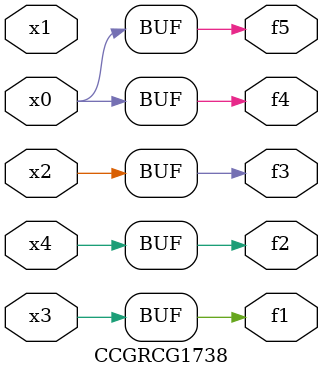
<source format=v>
module CCGRCG1738(
	input x0, x1, x2, x3, x4,
	output f1, f2, f3, f4, f5
);
	assign f1 = x3;
	assign f2 = x4;
	assign f3 = x2;
	assign f4 = x0;
	assign f5 = x0;
endmodule

</source>
